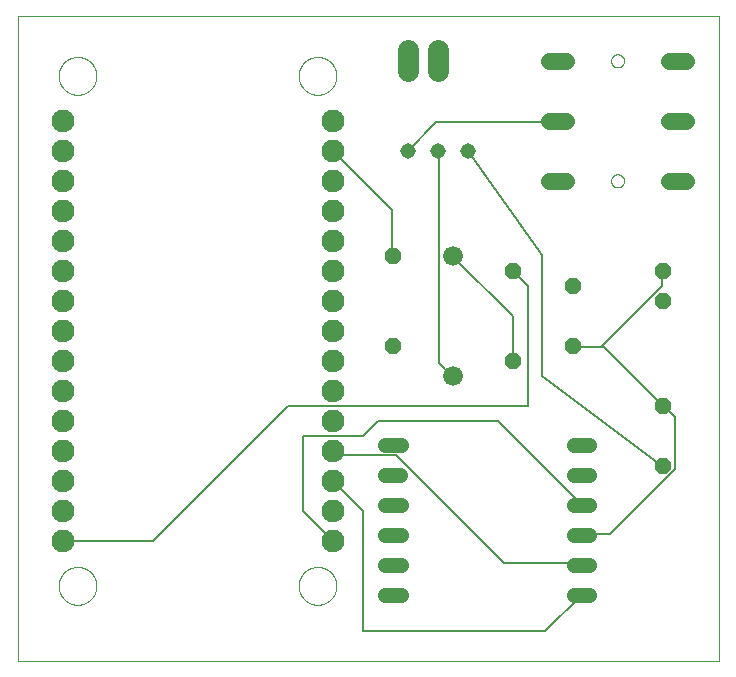
<source format=gtl>
G75*
%MOIN*%
%OFA0B0*%
%FSLAX25Y25*%
%IPPOS*%
%LPD*%
%AMOC8*
5,1,8,0,0,1.08239X$1,22.5*
%
%ADD10C,0.00000*%
%ADD11OC8,0.05200*%
%ADD12C,0.06600*%
%ADD13C,0.05543*%
%ADD14C,0.07600*%
%ADD15C,0.04921*%
%ADD16C,0.05150*%
%ADD17C,0.07087*%
%ADD18C,0.00800*%
%ADD19C,0.00600*%
D10*
X0001000Y0001000D02*
X0001000Y0215961D01*
X0234701Y0215961D01*
X0234701Y0001000D01*
X0001000Y0001000D01*
X0014701Y0026000D02*
X0014703Y0026158D01*
X0014709Y0026316D01*
X0014719Y0026474D01*
X0014733Y0026632D01*
X0014751Y0026789D01*
X0014772Y0026946D01*
X0014798Y0027102D01*
X0014828Y0027258D01*
X0014861Y0027413D01*
X0014899Y0027566D01*
X0014940Y0027719D01*
X0014985Y0027871D01*
X0015034Y0028022D01*
X0015087Y0028171D01*
X0015143Y0028319D01*
X0015203Y0028465D01*
X0015267Y0028610D01*
X0015335Y0028753D01*
X0015406Y0028895D01*
X0015480Y0029035D01*
X0015558Y0029172D01*
X0015640Y0029308D01*
X0015724Y0029442D01*
X0015813Y0029573D01*
X0015904Y0029702D01*
X0015999Y0029829D01*
X0016096Y0029954D01*
X0016197Y0030076D01*
X0016301Y0030195D01*
X0016408Y0030312D01*
X0016518Y0030426D01*
X0016631Y0030537D01*
X0016746Y0030646D01*
X0016864Y0030751D01*
X0016985Y0030853D01*
X0017108Y0030953D01*
X0017234Y0031049D01*
X0017362Y0031142D01*
X0017492Y0031232D01*
X0017625Y0031318D01*
X0017760Y0031402D01*
X0017896Y0031481D01*
X0018035Y0031558D01*
X0018176Y0031630D01*
X0018318Y0031700D01*
X0018462Y0031765D01*
X0018608Y0031827D01*
X0018755Y0031885D01*
X0018904Y0031940D01*
X0019054Y0031991D01*
X0019205Y0032038D01*
X0019357Y0032081D01*
X0019510Y0032120D01*
X0019665Y0032156D01*
X0019820Y0032187D01*
X0019976Y0032215D01*
X0020132Y0032239D01*
X0020289Y0032259D01*
X0020447Y0032275D01*
X0020604Y0032287D01*
X0020763Y0032295D01*
X0020921Y0032299D01*
X0021079Y0032299D01*
X0021237Y0032295D01*
X0021396Y0032287D01*
X0021553Y0032275D01*
X0021711Y0032259D01*
X0021868Y0032239D01*
X0022024Y0032215D01*
X0022180Y0032187D01*
X0022335Y0032156D01*
X0022490Y0032120D01*
X0022643Y0032081D01*
X0022795Y0032038D01*
X0022946Y0031991D01*
X0023096Y0031940D01*
X0023245Y0031885D01*
X0023392Y0031827D01*
X0023538Y0031765D01*
X0023682Y0031700D01*
X0023824Y0031630D01*
X0023965Y0031558D01*
X0024104Y0031481D01*
X0024240Y0031402D01*
X0024375Y0031318D01*
X0024508Y0031232D01*
X0024638Y0031142D01*
X0024766Y0031049D01*
X0024892Y0030953D01*
X0025015Y0030853D01*
X0025136Y0030751D01*
X0025254Y0030646D01*
X0025369Y0030537D01*
X0025482Y0030426D01*
X0025592Y0030312D01*
X0025699Y0030195D01*
X0025803Y0030076D01*
X0025904Y0029954D01*
X0026001Y0029829D01*
X0026096Y0029702D01*
X0026187Y0029573D01*
X0026276Y0029442D01*
X0026360Y0029308D01*
X0026442Y0029172D01*
X0026520Y0029035D01*
X0026594Y0028895D01*
X0026665Y0028753D01*
X0026733Y0028610D01*
X0026797Y0028465D01*
X0026857Y0028319D01*
X0026913Y0028171D01*
X0026966Y0028022D01*
X0027015Y0027871D01*
X0027060Y0027719D01*
X0027101Y0027566D01*
X0027139Y0027413D01*
X0027172Y0027258D01*
X0027202Y0027102D01*
X0027228Y0026946D01*
X0027249Y0026789D01*
X0027267Y0026632D01*
X0027281Y0026474D01*
X0027291Y0026316D01*
X0027297Y0026158D01*
X0027299Y0026000D01*
X0027297Y0025842D01*
X0027291Y0025684D01*
X0027281Y0025526D01*
X0027267Y0025368D01*
X0027249Y0025211D01*
X0027228Y0025054D01*
X0027202Y0024898D01*
X0027172Y0024742D01*
X0027139Y0024587D01*
X0027101Y0024434D01*
X0027060Y0024281D01*
X0027015Y0024129D01*
X0026966Y0023978D01*
X0026913Y0023829D01*
X0026857Y0023681D01*
X0026797Y0023535D01*
X0026733Y0023390D01*
X0026665Y0023247D01*
X0026594Y0023105D01*
X0026520Y0022965D01*
X0026442Y0022828D01*
X0026360Y0022692D01*
X0026276Y0022558D01*
X0026187Y0022427D01*
X0026096Y0022298D01*
X0026001Y0022171D01*
X0025904Y0022046D01*
X0025803Y0021924D01*
X0025699Y0021805D01*
X0025592Y0021688D01*
X0025482Y0021574D01*
X0025369Y0021463D01*
X0025254Y0021354D01*
X0025136Y0021249D01*
X0025015Y0021147D01*
X0024892Y0021047D01*
X0024766Y0020951D01*
X0024638Y0020858D01*
X0024508Y0020768D01*
X0024375Y0020682D01*
X0024240Y0020598D01*
X0024104Y0020519D01*
X0023965Y0020442D01*
X0023824Y0020370D01*
X0023682Y0020300D01*
X0023538Y0020235D01*
X0023392Y0020173D01*
X0023245Y0020115D01*
X0023096Y0020060D01*
X0022946Y0020009D01*
X0022795Y0019962D01*
X0022643Y0019919D01*
X0022490Y0019880D01*
X0022335Y0019844D01*
X0022180Y0019813D01*
X0022024Y0019785D01*
X0021868Y0019761D01*
X0021711Y0019741D01*
X0021553Y0019725D01*
X0021396Y0019713D01*
X0021237Y0019705D01*
X0021079Y0019701D01*
X0020921Y0019701D01*
X0020763Y0019705D01*
X0020604Y0019713D01*
X0020447Y0019725D01*
X0020289Y0019741D01*
X0020132Y0019761D01*
X0019976Y0019785D01*
X0019820Y0019813D01*
X0019665Y0019844D01*
X0019510Y0019880D01*
X0019357Y0019919D01*
X0019205Y0019962D01*
X0019054Y0020009D01*
X0018904Y0020060D01*
X0018755Y0020115D01*
X0018608Y0020173D01*
X0018462Y0020235D01*
X0018318Y0020300D01*
X0018176Y0020370D01*
X0018035Y0020442D01*
X0017896Y0020519D01*
X0017760Y0020598D01*
X0017625Y0020682D01*
X0017492Y0020768D01*
X0017362Y0020858D01*
X0017234Y0020951D01*
X0017108Y0021047D01*
X0016985Y0021147D01*
X0016864Y0021249D01*
X0016746Y0021354D01*
X0016631Y0021463D01*
X0016518Y0021574D01*
X0016408Y0021688D01*
X0016301Y0021805D01*
X0016197Y0021924D01*
X0016096Y0022046D01*
X0015999Y0022171D01*
X0015904Y0022298D01*
X0015813Y0022427D01*
X0015724Y0022558D01*
X0015640Y0022692D01*
X0015558Y0022828D01*
X0015480Y0022965D01*
X0015406Y0023105D01*
X0015335Y0023247D01*
X0015267Y0023390D01*
X0015203Y0023535D01*
X0015143Y0023681D01*
X0015087Y0023829D01*
X0015034Y0023978D01*
X0014985Y0024129D01*
X0014940Y0024281D01*
X0014899Y0024434D01*
X0014861Y0024587D01*
X0014828Y0024742D01*
X0014798Y0024898D01*
X0014772Y0025054D01*
X0014751Y0025211D01*
X0014733Y0025368D01*
X0014719Y0025526D01*
X0014709Y0025684D01*
X0014703Y0025842D01*
X0014701Y0026000D01*
X0094701Y0026000D02*
X0094703Y0026158D01*
X0094709Y0026316D01*
X0094719Y0026474D01*
X0094733Y0026632D01*
X0094751Y0026789D01*
X0094772Y0026946D01*
X0094798Y0027102D01*
X0094828Y0027258D01*
X0094861Y0027413D01*
X0094899Y0027566D01*
X0094940Y0027719D01*
X0094985Y0027871D01*
X0095034Y0028022D01*
X0095087Y0028171D01*
X0095143Y0028319D01*
X0095203Y0028465D01*
X0095267Y0028610D01*
X0095335Y0028753D01*
X0095406Y0028895D01*
X0095480Y0029035D01*
X0095558Y0029172D01*
X0095640Y0029308D01*
X0095724Y0029442D01*
X0095813Y0029573D01*
X0095904Y0029702D01*
X0095999Y0029829D01*
X0096096Y0029954D01*
X0096197Y0030076D01*
X0096301Y0030195D01*
X0096408Y0030312D01*
X0096518Y0030426D01*
X0096631Y0030537D01*
X0096746Y0030646D01*
X0096864Y0030751D01*
X0096985Y0030853D01*
X0097108Y0030953D01*
X0097234Y0031049D01*
X0097362Y0031142D01*
X0097492Y0031232D01*
X0097625Y0031318D01*
X0097760Y0031402D01*
X0097896Y0031481D01*
X0098035Y0031558D01*
X0098176Y0031630D01*
X0098318Y0031700D01*
X0098462Y0031765D01*
X0098608Y0031827D01*
X0098755Y0031885D01*
X0098904Y0031940D01*
X0099054Y0031991D01*
X0099205Y0032038D01*
X0099357Y0032081D01*
X0099510Y0032120D01*
X0099665Y0032156D01*
X0099820Y0032187D01*
X0099976Y0032215D01*
X0100132Y0032239D01*
X0100289Y0032259D01*
X0100447Y0032275D01*
X0100604Y0032287D01*
X0100763Y0032295D01*
X0100921Y0032299D01*
X0101079Y0032299D01*
X0101237Y0032295D01*
X0101396Y0032287D01*
X0101553Y0032275D01*
X0101711Y0032259D01*
X0101868Y0032239D01*
X0102024Y0032215D01*
X0102180Y0032187D01*
X0102335Y0032156D01*
X0102490Y0032120D01*
X0102643Y0032081D01*
X0102795Y0032038D01*
X0102946Y0031991D01*
X0103096Y0031940D01*
X0103245Y0031885D01*
X0103392Y0031827D01*
X0103538Y0031765D01*
X0103682Y0031700D01*
X0103824Y0031630D01*
X0103965Y0031558D01*
X0104104Y0031481D01*
X0104240Y0031402D01*
X0104375Y0031318D01*
X0104508Y0031232D01*
X0104638Y0031142D01*
X0104766Y0031049D01*
X0104892Y0030953D01*
X0105015Y0030853D01*
X0105136Y0030751D01*
X0105254Y0030646D01*
X0105369Y0030537D01*
X0105482Y0030426D01*
X0105592Y0030312D01*
X0105699Y0030195D01*
X0105803Y0030076D01*
X0105904Y0029954D01*
X0106001Y0029829D01*
X0106096Y0029702D01*
X0106187Y0029573D01*
X0106276Y0029442D01*
X0106360Y0029308D01*
X0106442Y0029172D01*
X0106520Y0029035D01*
X0106594Y0028895D01*
X0106665Y0028753D01*
X0106733Y0028610D01*
X0106797Y0028465D01*
X0106857Y0028319D01*
X0106913Y0028171D01*
X0106966Y0028022D01*
X0107015Y0027871D01*
X0107060Y0027719D01*
X0107101Y0027566D01*
X0107139Y0027413D01*
X0107172Y0027258D01*
X0107202Y0027102D01*
X0107228Y0026946D01*
X0107249Y0026789D01*
X0107267Y0026632D01*
X0107281Y0026474D01*
X0107291Y0026316D01*
X0107297Y0026158D01*
X0107299Y0026000D01*
X0107297Y0025842D01*
X0107291Y0025684D01*
X0107281Y0025526D01*
X0107267Y0025368D01*
X0107249Y0025211D01*
X0107228Y0025054D01*
X0107202Y0024898D01*
X0107172Y0024742D01*
X0107139Y0024587D01*
X0107101Y0024434D01*
X0107060Y0024281D01*
X0107015Y0024129D01*
X0106966Y0023978D01*
X0106913Y0023829D01*
X0106857Y0023681D01*
X0106797Y0023535D01*
X0106733Y0023390D01*
X0106665Y0023247D01*
X0106594Y0023105D01*
X0106520Y0022965D01*
X0106442Y0022828D01*
X0106360Y0022692D01*
X0106276Y0022558D01*
X0106187Y0022427D01*
X0106096Y0022298D01*
X0106001Y0022171D01*
X0105904Y0022046D01*
X0105803Y0021924D01*
X0105699Y0021805D01*
X0105592Y0021688D01*
X0105482Y0021574D01*
X0105369Y0021463D01*
X0105254Y0021354D01*
X0105136Y0021249D01*
X0105015Y0021147D01*
X0104892Y0021047D01*
X0104766Y0020951D01*
X0104638Y0020858D01*
X0104508Y0020768D01*
X0104375Y0020682D01*
X0104240Y0020598D01*
X0104104Y0020519D01*
X0103965Y0020442D01*
X0103824Y0020370D01*
X0103682Y0020300D01*
X0103538Y0020235D01*
X0103392Y0020173D01*
X0103245Y0020115D01*
X0103096Y0020060D01*
X0102946Y0020009D01*
X0102795Y0019962D01*
X0102643Y0019919D01*
X0102490Y0019880D01*
X0102335Y0019844D01*
X0102180Y0019813D01*
X0102024Y0019785D01*
X0101868Y0019761D01*
X0101711Y0019741D01*
X0101553Y0019725D01*
X0101396Y0019713D01*
X0101237Y0019705D01*
X0101079Y0019701D01*
X0100921Y0019701D01*
X0100763Y0019705D01*
X0100604Y0019713D01*
X0100447Y0019725D01*
X0100289Y0019741D01*
X0100132Y0019761D01*
X0099976Y0019785D01*
X0099820Y0019813D01*
X0099665Y0019844D01*
X0099510Y0019880D01*
X0099357Y0019919D01*
X0099205Y0019962D01*
X0099054Y0020009D01*
X0098904Y0020060D01*
X0098755Y0020115D01*
X0098608Y0020173D01*
X0098462Y0020235D01*
X0098318Y0020300D01*
X0098176Y0020370D01*
X0098035Y0020442D01*
X0097896Y0020519D01*
X0097760Y0020598D01*
X0097625Y0020682D01*
X0097492Y0020768D01*
X0097362Y0020858D01*
X0097234Y0020951D01*
X0097108Y0021047D01*
X0096985Y0021147D01*
X0096864Y0021249D01*
X0096746Y0021354D01*
X0096631Y0021463D01*
X0096518Y0021574D01*
X0096408Y0021688D01*
X0096301Y0021805D01*
X0096197Y0021924D01*
X0096096Y0022046D01*
X0095999Y0022171D01*
X0095904Y0022298D01*
X0095813Y0022427D01*
X0095724Y0022558D01*
X0095640Y0022692D01*
X0095558Y0022828D01*
X0095480Y0022965D01*
X0095406Y0023105D01*
X0095335Y0023247D01*
X0095267Y0023390D01*
X0095203Y0023535D01*
X0095143Y0023681D01*
X0095087Y0023829D01*
X0095034Y0023978D01*
X0094985Y0024129D01*
X0094940Y0024281D01*
X0094899Y0024434D01*
X0094861Y0024587D01*
X0094828Y0024742D01*
X0094798Y0024898D01*
X0094772Y0025054D01*
X0094751Y0025211D01*
X0094733Y0025368D01*
X0094719Y0025526D01*
X0094709Y0025684D01*
X0094703Y0025842D01*
X0094701Y0026000D01*
X0198835Y0161000D02*
X0198837Y0161093D01*
X0198843Y0161185D01*
X0198853Y0161277D01*
X0198867Y0161368D01*
X0198884Y0161459D01*
X0198906Y0161549D01*
X0198931Y0161638D01*
X0198960Y0161726D01*
X0198993Y0161812D01*
X0199030Y0161897D01*
X0199070Y0161981D01*
X0199114Y0162062D01*
X0199161Y0162142D01*
X0199211Y0162220D01*
X0199265Y0162295D01*
X0199322Y0162368D01*
X0199382Y0162438D01*
X0199445Y0162506D01*
X0199511Y0162571D01*
X0199579Y0162633D01*
X0199650Y0162693D01*
X0199724Y0162749D01*
X0199800Y0162802D01*
X0199878Y0162851D01*
X0199958Y0162898D01*
X0200040Y0162940D01*
X0200124Y0162980D01*
X0200209Y0163015D01*
X0200296Y0163047D01*
X0200384Y0163076D01*
X0200473Y0163100D01*
X0200563Y0163121D01*
X0200654Y0163137D01*
X0200746Y0163150D01*
X0200838Y0163159D01*
X0200931Y0163164D01*
X0201023Y0163165D01*
X0201116Y0163162D01*
X0201208Y0163155D01*
X0201300Y0163144D01*
X0201391Y0163129D01*
X0201482Y0163111D01*
X0201572Y0163088D01*
X0201660Y0163062D01*
X0201748Y0163032D01*
X0201834Y0162998D01*
X0201918Y0162961D01*
X0202001Y0162919D01*
X0202082Y0162875D01*
X0202162Y0162827D01*
X0202239Y0162776D01*
X0202313Y0162721D01*
X0202386Y0162663D01*
X0202456Y0162603D01*
X0202523Y0162539D01*
X0202587Y0162473D01*
X0202649Y0162403D01*
X0202707Y0162332D01*
X0202762Y0162258D01*
X0202814Y0162181D01*
X0202863Y0162102D01*
X0202909Y0162022D01*
X0202951Y0161939D01*
X0202989Y0161855D01*
X0203024Y0161769D01*
X0203055Y0161682D01*
X0203082Y0161594D01*
X0203105Y0161504D01*
X0203125Y0161414D01*
X0203141Y0161323D01*
X0203153Y0161231D01*
X0203161Y0161139D01*
X0203165Y0161046D01*
X0203165Y0160954D01*
X0203161Y0160861D01*
X0203153Y0160769D01*
X0203141Y0160677D01*
X0203125Y0160586D01*
X0203105Y0160496D01*
X0203082Y0160406D01*
X0203055Y0160318D01*
X0203024Y0160231D01*
X0202989Y0160145D01*
X0202951Y0160061D01*
X0202909Y0159978D01*
X0202863Y0159898D01*
X0202814Y0159819D01*
X0202762Y0159742D01*
X0202707Y0159668D01*
X0202649Y0159597D01*
X0202587Y0159527D01*
X0202523Y0159461D01*
X0202456Y0159397D01*
X0202386Y0159337D01*
X0202313Y0159279D01*
X0202239Y0159224D01*
X0202162Y0159173D01*
X0202083Y0159125D01*
X0202001Y0159081D01*
X0201918Y0159039D01*
X0201834Y0159002D01*
X0201748Y0158968D01*
X0201660Y0158938D01*
X0201572Y0158912D01*
X0201482Y0158889D01*
X0201391Y0158871D01*
X0201300Y0158856D01*
X0201208Y0158845D01*
X0201116Y0158838D01*
X0201023Y0158835D01*
X0200931Y0158836D01*
X0200838Y0158841D01*
X0200746Y0158850D01*
X0200654Y0158863D01*
X0200563Y0158879D01*
X0200473Y0158900D01*
X0200384Y0158924D01*
X0200296Y0158953D01*
X0200209Y0158985D01*
X0200124Y0159020D01*
X0200040Y0159060D01*
X0199958Y0159102D01*
X0199878Y0159149D01*
X0199800Y0159198D01*
X0199724Y0159251D01*
X0199650Y0159307D01*
X0199579Y0159367D01*
X0199511Y0159429D01*
X0199445Y0159494D01*
X0199382Y0159562D01*
X0199322Y0159632D01*
X0199265Y0159705D01*
X0199211Y0159780D01*
X0199161Y0159858D01*
X0199114Y0159938D01*
X0199070Y0160019D01*
X0199030Y0160103D01*
X0198993Y0160188D01*
X0198960Y0160274D01*
X0198931Y0160362D01*
X0198906Y0160451D01*
X0198884Y0160541D01*
X0198867Y0160632D01*
X0198853Y0160723D01*
X0198843Y0160815D01*
X0198837Y0160907D01*
X0198835Y0161000D01*
X0198835Y0201000D02*
X0198837Y0201093D01*
X0198843Y0201185D01*
X0198853Y0201277D01*
X0198867Y0201368D01*
X0198884Y0201459D01*
X0198906Y0201549D01*
X0198931Y0201638D01*
X0198960Y0201726D01*
X0198993Y0201812D01*
X0199030Y0201897D01*
X0199070Y0201981D01*
X0199114Y0202062D01*
X0199161Y0202142D01*
X0199211Y0202220D01*
X0199265Y0202295D01*
X0199322Y0202368D01*
X0199382Y0202438D01*
X0199445Y0202506D01*
X0199511Y0202571D01*
X0199579Y0202633D01*
X0199650Y0202693D01*
X0199724Y0202749D01*
X0199800Y0202802D01*
X0199878Y0202851D01*
X0199958Y0202898D01*
X0200040Y0202940D01*
X0200124Y0202980D01*
X0200209Y0203015D01*
X0200296Y0203047D01*
X0200384Y0203076D01*
X0200473Y0203100D01*
X0200563Y0203121D01*
X0200654Y0203137D01*
X0200746Y0203150D01*
X0200838Y0203159D01*
X0200931Y0203164D01*
X0201023Y0203165D01*
X0201116Y0203162D01*
X0201208Y0203155D01*
X0201300Y0203144D01*
X0201391Y0203129D01*
X0201482Y0203111D01*
X0201572Y0203088D01*
X0201660Y0203062D01*
X0201748Y0203032D01*
X0201834Y0202998D01*
X0201918Y0202961D01*
X0202001Y0202919D01*
X0202082Y0202875D01*
X0202162Y0202827D01*
X0202239Y0202776D01*
X0202313Y0202721D01*
X0202386Y0202663D01*
X0202456Y0202603D01*
X0202523Y0202539D01*
X0202587Y0202473D01*
X0202649Y0202403D01*
X0202707Y0202332D01*
X0202762Y0202258D01*
X0202814Y0202181D01*
X0202863Y0202102D01*
X0202909Y0202022D01*
X0202951Y0201939D01*
X0202989Y0201855D01*
X0203024Y0201769D01*
X0203055Y0201682D01*
X0203082Y0201594D01*
X0203105Y0201504D01*
X0203125Y0201414D01*
X0203141Y0201323D01*
X0203153Y0201231D01*
X0203161Y0201139D01*
X0203165Y0201046D01*
X0203165Y0200954D01*
X0203161Y0200861D01*
X0203153Y0200769D01*
X0203141Y0200677D01*
X0203125Y0200586D01*
X0203105Y0200496D01*
X0203082Y0200406D01*
X0203055Y0200318D01*
X0203024Y0200231D01*
X0202989Y0200145D01*
X0202951Y0200061D01*
X0202909Y0199978D01*
X0202863Y0199898D01*
X0202814Y0199819D01*
X0202762Y0199742D01*
X0202707Y0199668D01*
X0202649Y0199597D01*
X0202587Y0199527D01*
X0202523Y0199461D01*
X0202456Y0199397D01*
X0202386Y0199337D01*
X0202313Y0199279D01*
X0202239Y0199224D01*
X0202162Y0199173D01*
X0202083Y0199125D01*
X0202001Y0199081D01*
X0201918Y0199039D01*
X0201834Y0199002D01*
X0201748Y0198968D01*
X0201660Y0198938D01*
X0201572Y0198912D01*
X0201482Y0198889D01*
X0201391Y0198871D01*
X0201300Y0198856D01*
X0201208Y0198845D01*
X0201116Y0198838D01*
X0201023Y0198835D01*
X0200931Y0198836D01*
X0200838Y0198841D01*
X0200746Y0198850D01*
X0200654Y0198863D01*
X0200563Y0198879D01*
X0200473Y0198900D01*
X0200384Y0198924D01*
X0200296Y0198953D01*
X0200209Y0198985D01*
X0200124Y0199020D01*
X0200040Y0199060D01*
X0199958Y0199102D01*
X0199878Y0199149D01*
X0199800Y0199198D01*
X0199724Y0199251D01*
X0199650Y0199307D01*
X0199579Y0199367D01*
X0199511Y0199429D01*
X0199445Y0199494D01*
X0199382Y0199562D01*
X0199322Y0199632D01*
X0199265Y0199705D01*
X0199211Y0199780D01*
X0199161Y0199858D01*
X0199114Y0199938D01*
X0199070Y0200019D01*
X0199030Y0200103D01*
X0198993Y0200188D01*
X0198960Y0200274D01*
X0198931Y0200362D01*
X0198906Y0200451D01*
X0198884Y0200541D01*
X0198867Y0200632D01*
X0198853Y0200723D01*
X0198843Y0200815D01*
X0198837Y0200907D01*
X0198835Y0201000D01*
X0094701Y0196000D02*
X0094703Y0196158D01*
X0094709Y0196316D01*
X0094719Y0196474D01*
X0094733Y0196632D01*
X0094751Y0196789D01*
X0094772Y0196946D01*
X0094798Y0197102D01*
X0094828Y0197258D01*
X0094861Y0197413D01*
X0094899Y0197566D01*
X0094940Y0197719D01*
X0094985Y0197871D01*
X0095034Y0198022D01*
X0095087Y0198171D01*
X0095143Y0198319D01*
X0095203Y0198465D01*
X0095267Y0198610D01*
X0095335Y0198753D01*
X0095406Y0198895D01*
X0095480Y0199035D01*
X0095558Y0199172D01*
X0095640Y0199308D01*
X0095724Y0199442D01*
X0095813Y0199573D01*
X0095904Y0199702D01*
X0095999Y0199829D01*
X0096096Y0199954D01*
X0096197Y0200076D01*
X0096301Y0200195D01*
X0096408Y0200312D01*
X0096518Y0200426D01*
X0096631Y0200537D01*
X0096746Y0200646D01*
X0096864Y0200751D01*
X0096985Y0200853D01*
X0097108Y0200953D01*
X0097234Y0201049D01*
X0097362Y0201142D01*
X0097492Y0201232D01*
X0097625Y0201318D01*
X0097760Y0201402D01*
X0097896Y0201481D01*
X0098035Y0201558D01*
X0098176Y0201630D01*
X0098318Y0201700D01*
X0098462Y0201765D01*
X0098608Y0201827D01*
X0098755Y0201885D01*
X0098904Y0201940D01*
X0099054Y0201991D01*
X0099205Y0202038D01*
X0099357Y0202081D01*
X0099510Y0202120D01*
X0099665Y0202156D01*
X0099820Y0202187D01*
X0099976Y0202215D01*
X0100132Y0202239D01*
X0100289Y0202259D01*
X0100447Y0202275D01*
X0100604Y0202287D01*
X0100763Y0202295D01*
X0100921Y0202299D01*
X0101079Y0202299D01*
X0101237Y0202295D01*
X0101396Y0202287D01*
X0101553Y0202275D01*
X0101711Y0202259D01*
X0101868Y0202239D01*
X0102024Y0202215D01*
X0102180Y0202187D01*
X0102335Y0202156D01*
X0102490Y0202120D01*
X0102643Y0202081D01*
X0102795Y0202038D01*
X0102946Y0201991D01*
X0103096Y0201940D01*
X0103245Y0201885D01*
X0103392Y0201827D01*
X0103538Y0201765D01*
X0103682Y0201700D01*
X0103824Y0201630D01*
X0103965Y0201558D01*
X0104104Y0201481D01*
X0104240Y0201402D01*
X0104375Y0201318D01*
X0104508Y0201232D01*
X0104638Y0201142D01*
X0104766Y0201049D01*
X0104892Y0200953D01*
X0105015Y0200853D01*
X0105136Y0200751D01*
X0105254Y0200646D01*
X0105369Y0200537D01*
X0105482Y0200426D01*
X0105592Y0200312D01*
X0105699Y0200195D01*
X0105803Y0200076D01*
X0105904Y0199954D01*
X0106001Y0199829D01*
X0106096Y0199702D01*
X0106187Y0199573D01*
X0106276Y0199442D01*
X0106360Y0199308D01*
X0106442Y0199172D01*
X0106520Y0199035D01*
X0106594Y0198895D01*
X0106665Y0198753D01*
X0106733Y0198610D01*
X0106797Y0198465D01*
X0106857Y0198319D01*
X0106913Y0198171D01*
X0106966Y0198022D01*
X0107015Y0197871D01*
X0107060Y0197719D01*
X0107101Y0197566D01*
X0107139Y0197413D01*
X0107172Y0197258D01*
X0107202Y0197102D01*
X0107228Y0196946D01*
X0107249Y0196789D01*
X0107267Y0196632D01*
X0107281Y0196474D01*
X0107291Y0196316D01*
X0107297Y0196158D01*
X0107299Y0196000D01*
X0107297Y0195842D01*
X0107291Y0195684D01*
X0107281Y0195526D01*
X0107267Y0195368D01*
X0107249Y0195211D01*
X0107228Y0195054D01*
X0107202Y0194898D01*
X0107172Y0194742D01*
X0107139Y0194587D01*
X0107101Y0194434D01*
X0107060Y0194281D01*
X0107015Y0194129D01*
X0106966Y0193978D01*
X0106913Y0193829D01*
X0106857Y0193681D01*
X0106797Y0193535D01*
X0106733Y0193390D01*
X0106665Y0193247D01*
X0106594Y0193105D01*
X0106520Y0192965D01*
X0106442Y0192828D01*
X0106360Y0192692D01*
X0106276Y0192558D01*
X0106187Y0192427D01*
X0106096Y0192298D01*
X0106001Y0192171D01*
X0105904Y0192046D01*
X0105803Y0191924D01*
X0105699Y0191805D01*
X0105592Y0191688D01*
X0105482Y0191574D01*
X0105369Y0191463D01*
X0105254Y0191354D01*
X0105136Y0191249D01*
X0105015Y0191147D01*
X0104892Y0191047D01*
X0104766Y0190951D01*
X0104638Y0190858D01*
X0104508Y0190768D01*
X0104375Y0190682D01*
X0104240Y0190598D01*
X0104104Y0190519D01*
X0103965Y0190442D01*
X0103824Y0190370D01*
X0103682Y0190300D01*
X0103538Y0190235D01*
X0103392Y0190173D01*
X0103245Y0190115D01*
X0103096Y0190060D01*
X0102946Y0190009D01*
X0102795Y0189962D01*
X0102643Y0189919D01*
X0102490Y0189880D01*
X0102335Y0189844D01*
X0102180Y0189813D01*
X0102024Y0189785D01*
X0101868Y0189761D01*
X0101711Y0189741D01*
X0101553Y0189725D01*
X0101396Y0189713D01*
X0101237Y0189705D01*
X0101079Y0189701D01*
X0100921Y0189701D01*
X0100763Y0189705D01*
X0100604Y0189713D01*
X0100447Y0189725D01*
X0100289Y0189741D01*
X0100132Y0189761D01*
X0099976Y0189785D01*
X0099820Y0189813D01*
X0099665Y0189844D01*
X0099510Y0189880D01*
X0099357Y0189919D01*
X0099205Y0189962D01*
X0099054Y0190009D01*
X0098904Y0190060D01*
X0098755Y0190115D01*
X0098608Y0190173D01*
X0098462Y0190235D01*
X0098318Y0190300D01*
X0098176Y0190370D01*
X0098035Y0190442D01*
X0097896Y0190519D01*
X0097760Y0190598D01*
X0097625Y0190682D01*
X0097492Y0190768D01*
X0097362Y0190858D01*
X0097234Y0190951D01*
X0097108Y0191047D01*
X0096985Y0191147D01*
X0096864Y0191249D01*
X0096746Y0191354D01*
X0096631Y0191463D01*
X0096518Y0191574D01*
X0096408Y0191688D01*
X0096301Y0191805D01*
X0096197Y0191924D01*
X0096096Y0192046D01*
X0095999Y0192171D01*
X0095904Y0192298D01*
X0095813Y0192427D01*
X0095724Y0192558D01*
X0095640Y0192692D01*
X0095558Y0192828D01*
X0095480Y0192965D01*
X0095406Y0193105D01*
X0095335Y0193247D01*
X0095267Y0193390D01*
X0095203Y0193535D01*
X0095143Y0193681D01*
X0095087Y0193829D01*
X0095034Y0193978D01*
X0094985Y0194129D01*
X0094940Y0194281D01*
X0094899Y0194434D01*
X0094861Y0194587D01*
X0094828Y0194742D01*
X0094798Y0194898D01*
X0094772Y0195054D01*
X0094751Y0195211D01*
X0094733Y0195368D01*
X0094719Y0195526D01*
X0094709Y0195684D01*
X0094703Y0195842D01*
X0094701Y0196000D01*
X0014701Y0196000D02*
X0014703Y0196158D01*
X0014709Y0196316D01*
X0014719Y0196474D01*
X0014733Y0196632D01*
X0014751Y0196789D01*
X0014772Y0196946D01*
X0014798Y0197102D01*
X0014828Y0197258D01*
X0014861Y0197413D01*
X0014899Y0197566D01*
X0014940Y0197719D01*
X0014985Y0197871D01*
X0015034Y0198022D01*
X0015087Y0198171D01*
X0015143Y0198319D01*
X0015203Y0198465D01*
X0015267Y0198610D01*
X0015335Y0198753D01*
X0015406Y0198895D01*
X0015480Y0199035D01*
X0015558Y0199172D01*
X0015640Y0199308D01*
X0015724Y0199442D01*
X0015813Y0199573D01*
X0015904Y0199702D01*
X0015999Y0199829D01*
X0016096Y0199954D01*
X0016197Y0200076D01*
X0016301Y0200195D01*
X0016408Y0200312D01*
X0016518Y0200426D01*
X0016631Y0200537D01*
X0016746Y0200646D01*
X0016864Y0200751D01*
X0016985Y0200853D01*
X0017108Y0200953D01*
X0017234Y0201049D01*
X0017362Y0201142D01*
X0017492Y0201232D01*
X0017625Y0201318D01*
X0017760Y0201402D01*
X0017896Y0201481D01*
X0018035Y0201558D01*
X0018176Y0201630D01*
X0018318Y0201700D01*
X0018462Y0201765D01*
X0018608Y0201827D01*
X0018755Y0201885D01*
X0018904Y0201940D01*
X0019054Y0201991D01*
X0019205Y0202038D01*
X0019357Y0202081D01*
X0019510Y0202120D01*
X0019665Y0202156D01*
X0019820Y0202187D01*
X0019976Y0202215D01*
X0020132Y0202239D01*
X0020289Y0202259D01*
X0020447Y0202275D01*
X0020604Y0202287D01*
X0020763Y0202295D01*
X0020921Y0202299D01*
X0021079Y0202299D01*
X0021237Y0202295D01*
X0021396Y0202287D01*
X0021553Y0202275D01*
X0021711Y0202259D01*
X0021868Y0202239D01*
X0022024Y0202215D01*
X0022180Y0202187D01*
X0022335Y0202156D01*
X0022490Y0202120D01*
X0022643Y0202081D01*
X0022795Y0202038D01*
X0022946Y0201991D01*
X0023096Y0201940D01*
X0023245Y0201885D01*
X0023392Y0201827D01*
X0023538Y0201765D01*
X0023682Y0201700D01*
X0023824Y0201630D01*
X0023965Y0201558D01*
X0024104Y0201481D01*
X0024240Y0201402D01*
X0024375Y0201318D01*
X0024508Y0201232D01*
X0024638Y0201142D01*
X0024766Y0201049D01*
X0024892Y0200953D01*
X0025015Y0200853D01*
X0025136Y0200751D01*
X0025254Y0200646D01*
X0025369Y0200537D01*
X0025482Y0200426D01*
X0025592Y0200312D01*
X0025699Y0200195D01*
X0025803Y0200076D01*
X0025904Y0199954D01*
X0026001Y0199829D01*
X0026096Y0199702D01*
X0026187Y0199573D01*
X0026276Y0199442D01*
X0026360Y0199308D01*
X0026442Y0199172D01*
X0026520Y0199035D01*
X0026594Y0198895D01*
X0026665Y0198753D01*
X0026733Y0198610D01*
X0026797Y0198465D01*
X0026857Y0198319D01*
X0026913Y0198171D01*
X0026966Y0198022D01*
X0027015Y0197871D01*
X0027060Y0197719D01*
X0027101Y0197566D01*
X0027139Y0197413D01*
X0027172Y0197258D01*
X0027202Y0197102D01*
X0027228Y0196946D01*
X0027249Y0196789D01*
X0027267Y0196632D01*
X0027281Y0196474D01*
X0027291Y0196316D01*
X0027297Y0196158D01*
X0027299Y0196000D01*
X0027297Y0195842D01*
X0027291Y0195684D01*
X0027281Y0195526D01*
X0027267Y0195368D01*
X0027249Y0195211D01*
X0027228Y0195054D01*
X0027202Y0194898D01*
X0027172Y0194742D01*
X0027139Y0194587D01*
X0027101Y0194434D01*
X0027060Y0194281D01*
X0027015Y0194129D01*
X0026966Y0193978D01*
X0026913Y0193829D01*
X0026857Y0193681D01*
X0026797Y0193535D01*
X0026733Y0193390D01*
X0026665Y0193247D01*
X0026594Y0193105D01*
X0026520Y0192965D01*
X0026442Y0192828D01*
X0026360Y0192692D01*
X0026276Y0192558D01*
X0026187Y0192427D01*
X0026096Y0192298D01*
X0026001Y0192171D01*
X0025904Y0192046D01*
X0025803Y0191924D01*
X0025699Y0191805D01*
X0025592Y0191688D01*
X0025482Y0191574D01*
X0025369Y0191463D01*
X0025254Y0191354D01*
X0025136Y0191249D01*
X0025015Y0191147D01*
X0024892Y0191047D01*
X0024766Y0190951D01*
X0024638Y0190858D01*
X0024508Y0190768D01*
X0024375Y0190682D01*
X0024240Y0190598D01*
X0024104Y0190519D01*
X0023965Y0190442D01*
X0023824Y0190370D01*
X0023682Y0190300D01*
X0023538Y0190235D01*
X0023392Y0190173D01*
X0023245Y0190115D01*
X0023096Y0190060D01*
X0022946Y0190009D01*
X0022795Y0189962D01*
X0022643Y0189919D01*
X0022490Y0189880D01*
X0022335Y0189844D01*
X0022180Y0189813D01*
X0022024Y0189785D01*
X0021868Y0189761D01*
X0021711Y0189741D01*
X0021553Y0189725D01*
X0021396Y0189713D01*
X0021237Y0189705D01*
X0021079Y0189701D01*
X0020921Y0189701D01*
X0020763Y0189705D01*
X0020604Y0189713D01*
X0020447Y0189725D01*
X0020289Y0189741D01*
X0020132Y0189761D01*
X0019976Y0189785D01*
X0019820Y0189813D01*
X0019665Y0189844D01*
X0019510Y0189880D01*
X0019357Y0189919D01*
X0019205Y0189962D01*
X0019054Y0190009D01*
X0018904Y0190060D01*
X0018755Y0190115D01*
X0018608Y0190173D01*
X0018462Y0190235D01*
X0018318Y0190300D01*
X0018176Y0190370D01*
X0018035Y0190442D01*
X0017896Y0190519D01*
X0017760Y0190598D01*
X0017625Y0190682D01*
X0017492Y0190768D01*
X0017362Y0190858D01*
X0017234Y0190951D01*
X0017108Y0191047D01*
X0016985Y0191147D01*
X0016864Y0191249D01*
X0016746Y0191354D01*
X0016631Y0191463D01*
X0016518Y0191574D01*
X0016408Y0191688D01*
X0016301Y0191805D01*
X0016197Y0191924D01*
X0016096Y0192046D01*
X0015999Y0192171D01*
X0015904Y0192298D01*
X0015813Y0192427D01*
X0015724Y0192558D01*
X0015640Y0192692D01*
X0015558Y0192828D01*
X0015480Y0192965D01*
X0015406Y0193105D01*
X0015335Y0193247D01*
X0015267Y0193390D01*
X0015203Y0193535D01*
X0015143Y0193681D01*
X0015087Y0193829D01*
X0015034Y0193978D01*
X0014985Y0194129D01*
X0014940Y0194281D01*
X0014899Y0194434D01*
X0014861Y0194587D01*
X0014828Y0194742D01*
X0014798Y0194898D01*
X0014772Y0195054D01*
X0014751Y0195211D01*
X0014733Y0195368D01*
X0014719Y0195526D01*
X0014709Y0195684D01*
X0014703Y0195842D01*
X0014701Y0196000D01*
D11*
X0126000Y0136000D03*
X0126000Y0106000D03*
X0166000Y0101000D03*
X0186000Y0106000D03*
X0186000Y0126000D03*
X0166000Y0131000D03*
X0216000Y0131000D03*
X0216000Y0121000D03*
X0216000Y0086000D03*
X0216000Y0066000D03*
D12*
X0146000Y0096000D03*
X0146000Y0136000D03*
D13*
X0178229Y0161000D02*
X0183771Y0161000D01*
X0183771Y0181000D02*
X0178229Y0181000D01*
X0178229Y0201000D02*
X0183771Y0201000D01*
X0218229Y0201000D02*
X0223771Y0201000D01*
X0223771Y0181000D02*
X0218229Y0181000D01*
X0218229Y0161000D02*
X0223771Y0161000D01*
D14*
X0106000Y0161000D03*
X0106000Y0171000D03*
X0106000Y0181000D03*
X0106000Y0151000D03*
X0106000Y0141000D03*
X0106000Y0131000D03*
X0106000Y0121000D03*
X0106000Y0111000D03*
X0106000Y0101000D03*
X0106000Y0091000D03*
X0106000Y0081000D03*
X0106000Y0071000D03*
X0106000Y0061000D03*
X0106000Y0051000D03*
X0106000Y0041000D03*
X0016000Y0041000D03*
X0016000Y0051000D03*
X0016000Y0061000D03*
X0016000Y0071000D03*
X0016000Y0081000D03*
X0016000Y0091000D03*
X0016000Y0101000D03*
X0016000Y0111000D03*
X0016000Y0121000D03*
X0016000Y0131000D03*
X0016000Y0141000D03*
X0016000Y0151000D03*
X0016000Y0161000D03*
X0016000Y0171000D03*
X0016000Y0181000D03*
D15*
X0123342Y0073087D02*
X0128658Y0073087D01*
X0123342Y0073087D02*
X0123342Y0073087D01*
X0128658Y0073087D01*
X0128658Y0073087D01*
X0128461Y0063087D02*
X0123539Y0063087D01*
X0123539Y0063087D01*
X0128461Y0063087D01*
X0128461Y0063087D01*
X0128658Y0053087D02*
X0123342Y0053087D01*
X0123342Y0053087D01*
X0128658Y0053087D01*
X0128658Y0053087D01*
X0128658Y0043087D02*
X0123342Y0043087D01*
X0123342Y0043087D01*
X0128658Y0043087D01*
X0128658Y0043087D01*
X0128658Y0033087D02*
X0123342Y0033087D01*
X0123342Y0033087D01*
X0128658Y0033087D01*
X0128658Y0033087D01*
X0128658Y0023087D02*
X0123342Y0023087D01*
X0123342Y0023087D01*
X0128658Y0023087D01*
X0128658Y0023087D01*
X0186334Y0023087D02*
X0191650Y0023087D01*
X0186334Y0023087D02*
X0186334Y0023087D01*
X0191650Y0023087D01*
X0191650Y0023087D01*
X0191650Y0033087D02*
X0186334Y0033087D01*
X0186334Y0033087D01*
X0191650Y0033087D01*
X0191650Y0033087D01*
X0191650Y0043087D02*
X0186334Y0043087D01*
X0186334Y0043087D01*
X0191650Y0043087D01*
X0191650Y0043087D01*
X0191650Y0053087D02*
X0186334Y0053087D01*
X0186334Y0053087D01*
X0191650Y0053087D01*
X0191650Y0053087D01*
X0191453Y0063087D02*
X0186531Y0063087D01*
X0186531Y0063087D01*
X0191453Y0063087D01*
X0191453Y0063087D01*
X0191650Y0073087D02*
X0186334Y0073087D01*
X0186334Y0073087D01*
X0191650Y0073087D01*
X0191650Y0073087D01*
D16*
X0151000Y0171000D03*
X0141000Y0171000D03*
X0131000Y0171000D03*
D17*
X0131000Y0197457D02*
X0131000Y0204543D01*
X0141000Y0204543D02*
X0141000Y0197457D01*
D18*
X0140600Y0180600D02*
X0181000Y0180600D01*
X0151000Y0171000D02*
X0175800Y0136200D01*
X0175800Y0095800D01*
X0215800Y0065800D01*
X0220000Y0064800D02*
X0220000Y0082200D01*
X0215800Y0086400D02*
X0196600Y0105600D01*
X0195400Y0105600D02*
X0215800Y0126000D01*
X0195400Y0105600D02*
X0186400Y0105600D01*
X0166000Y0101000D02*
X0166000Y0115800D01*
X0146200Y0135600D01*
X0166000Y0130800D02*
X0171000Y0125800D01*
X0171000Y0086000D01*
X0091000Y0086000D01*
X0046000Y0041000D01*
X0016000Y0041000D01*
X0096000Y0051000D02*
X0096000Y0076000D01*
X0116000Y0076000D01*
X0121000Y0081000D01*
X0161079Y0081000D01*
X0188992Y0053087D01*
X0189400Y0043200D02*
X0198400Y0043200D01*
X0220000Y0064800D01*
X0188800Y0033600D02*
X0163000Y0033600D01*
X0127000Y0069600D01*
X0107200Y0069600D01*
X0106000Y0061000D02*
X0116000Y0051000D01*
X0116000Y0011000D01*
X0176906Y0011000D01*
X0188992Y0023087D01*
X0145600Y0096000D02*
X0141400Y0100200D01*
X0141400Y0171000D01*
X0140600Y0180600D02*
X0131000Y0171000D01*
X0125800Y0151200D02*
X0106000Y0171000D01*
X0125800Y0151200D02*
X0125800Y0136200D01*
X0096000Y0051000D02*
X0106000Y0041000D01*
D19*
X0106000Y0060600D02*
X0106000Y0061000D01*
X0107200Y0069600D02*
X0106000Y0070800D01*
X0106000Y0071000D01*
X0145600Y0096000D02*
X0146000Y0096000D01*
X0166000Y0130800D02*
X0166000Y0131000D01*
X0146200Y0135600D02*
X0146000Y0136000D01*
X0126000Y0136000D02*
X0125800Y0136200D01*
X0141000Y0171000D02*
X0141400Y0171000D01*
X0181000Y0180600D02*
X0181000Y0181000D01*
X0216000Y0131000D02*
X0215800Y0130800D01*
X0215800Y0126000D01*
X0196600Y0105600D02*
X0195400Y0105600D01*
X0186400Y0105600D02*
X0186000Y0106000D01*
X0215800Y0086400D02*
X0216000Y0086000D01*
X0216400Y0085800D01*
X0220000Y0082200D01*
X0216000Y0066000D02*
X0215800Y0066000D01*
X0215800Y0065800D01*
X0189400Y0043200D02*
X0188992Y0043087D01*
X0188800Y0033600D02*
X0188992Y0033087D01*
X0188800Y0023400D02*
X0188992Y0023087D01*
M02*

</source>
